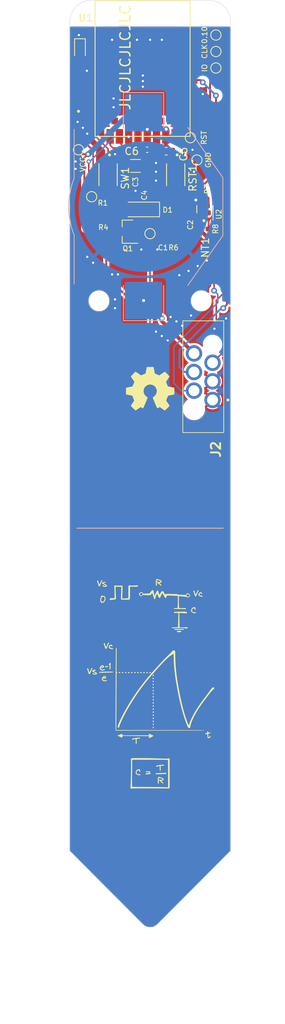
<source format=kicad_pcb>
(kicad_pcb (version 20221018) (generator pcbnew)
  (title_block (title "b-parasite") (date "2023-03-19") (rev "2.0.0") (company "rbaron.net"))
  (layers (0 "F.Cu" signal) (31 "B.Cu" signal) (34 "B.Paste" user) (35 "F.Paste" user) (36 "B.SilkS" user "B.Silkscreen") (37 "F.SilkS" user "F.Silkscreen") (38 "B.Mask" user) (39 "F.Mask" user) (44 "Edge.Cuts" user))
  (net 0 "")
  (net 1 "GND")
  (net 2 "SENS_OUT")
  (net 3 "Net-(U1B-P0.00{slash}XL1)")
  (net 4 "Net-(U1B-P0.01{slash}XL2)")
  (net 5 "Net-(D2-A)")
  (net 6 "+3V0")
  (net 7 "CPARA")
  (net 8 "Net-(Q1-B)")
  (net 9 "PHOTO_V")
  (net 10 "PHOTO_OUT")
  (net 11 "PWM")
  (net 12 "LED")
  (net 13 "SDA")
  (net 14 "SCL")
  (net 15 "RST")
  (net 16 "BTN1")
  (net 17 "SWDIO")
  (net 18 "SWDCLK")
  (net 28 "0.10")
  (net 45 "Net-(J2-Pin_2)")
  (footprint "Capacitor_SMD:C_0402_1005Metric" (layer "F.Cu") (at 69.762 59.069 -90)
    (fp_text reference "C1" (at 1.674 0) (layer "F.SilkS") (effects (font (size 0.7 0.7) (thickness 0.12))))
    (fp_text value "1n")
    (pad "1" smd roundrect (at -0.485 0 270) (size 0.59 0.64) (layers "F.Cu" "F.Paste" "F.Mask") (net 2 "SENS_OUT"))
    (pad "2" smd roundrect (at 0.485 0 270) (size 0.59 0.64) (layers "F.Cu" "F.Paste" "F.Mask") (net 1 "GND"))
  )
  (footprint "Resistor_SMD:R_0402_1005Metric" (layer "F.Cu") (at 71.2 59.069 -90)
    (fp_text reference "R6" (at 1.674 0) (layer "F.SilkS") (effects (font (size 0.7 0.7) (thickness 0.12))))
    (fp_text value "1M")
    (pad "1" smd roundrect (at -0.485 0 270) (size 0.59 0.64) (layers "F.Cu" "F.Paste" "F.Mask") (net 2 "SENS_OUT"))
    (pad "2" smd roundrect (at 0.485 0 270) (size 0.59 0.64) (layers "F.Cu" "F.Paste" "F.Mask") (net 1 "GND"))
  )
  (footprint "Resistor_SMD:R_0402_1005Metric" (layer "F.Cu") (at 61.53 56.8 180)
    (fp_text reference "R4" (at -0.07 -1.178) (layer "F.SilkS") (effects (font (size 0.7 0.7) (thickness 0.12))))
    (fp_text value "10k")
    (pad "1" smd roundrect (at -0.485 0 180) (size 0.59 0.64) (layers "F.Cu" "F.Paste" "F.Mask") (net 8 "Net-(Q1-B)"))
    (pad "2" smd roundrect (at 0.485 0 180) (size 0.59 0.64) (layers "F.Cu" "F.Paste" "F.Mask") (net 11 "PWM"))
  )
  (footprint "Package_TO_SOT_SMD:SOT-23" (layer "F.Cu") (at 64.936 58.568 180)
    (fp_text reference "Q1" (at 0 -2.302 180) (layer "F.SilkS") (effects (font (size 0.7 0.7) (thickness 0.12))))
    (fp_text value "MMBT3906")
    (pad "1" smd rect (at -1 -0.95 180) (size 0.9 0.8) (layers "F.Cu" "F.Paste" "F.Mask") (net 8 "Net-(Q1-B)"))
    (pad "2" smd rect (at -1 0.95 180) (size 0.9 0.8) (layers "F.Cu" "F.Paste" "F.Mask") (net 7 "CPARA"))
    (pad "3" smd rect (at 1 0 180) (size 0.9 0.8) (layers "F.Cu" "F.Paste" "F.Mask") (net 1 "GND"))
  )
  (footprint "Resistor_SMD:R_0402_1005Metric" (layer "F.Cu") (at 61.53 55.663)
    (fp_text reference "R1" (at 0 -1.016) (layer "F.SilkS") (effects (font (size 0.7 0.7) (thickness 0.12))))
    (fp_text value "10k")
    (pad "1" smd roundrect (at -0.485 0) (size 0.59 0.64) (layers "F.Cu" "F.Paste" "F.Mask") (net 11 "PWM"))
    (pad "2" smd roundrect (at 0.485 0) (size 0.59 0.64) (layers "F.Cu" "F.Paste" "F.Mask") (net 7 "CPARA"))
  )
  (footprint "TestPoint:TestPoint_Pad_D1.0mm" (layer "F.Cu") (at 77 36.25 -90)
    (fp_text reference "TP1" hide)
    (fp_text value "IO" (at 0 1.55 90) (layer "F.SilkS") (effects (font (size 0.7 0.7) (thickness 0.12))))
    (pad "1" smd circle (at 0 0 270) (size 1 1) (layers "F.Cu" "F.Mask") (net 17 "SWDIO"))
  )
  (footprint "TestPoint:TestPoint_Pad_D1.0mm" (layer "F.Cu") (at 77 34 -90)
    (fp_text reference "TP2" hide)
    (fp_text value "CLK" (at 0 1.55 90) (layer "F.SilkS") (effects (font (size 0.7 0.7) (thickness 0.12))))
    (pad "1" smd circle (at 0 0 270) (size 1 1) (layers "F.Cu" "F.Mask") (net 18 "SWDCLK"))
  )
  (footprint "TestPoint:TestPoint_Pad_D1.0mm" (layer "F.Cu") (at 67.984 58.838 180)
    (fp_text reference "TP5" hide)
    (fp_text value "CPARA" hide)
    (pad "1" smd circle (at 0 0 180) (size 1 1) (layers "F.Cu" "F.Mask") (net 7 "CPARA"))
  )
  (footprint "TestPoint:TestPoint_Pad_D1.0mm" (layer "F.Cu") (at 60 53.8 180)
    (fp_text reference "TP6" hide)
    (fp_text value "PWM" hide)
    (pad "1" smd circle (at 0 0 180) (size 1 1) (layers "F.Cu" "F.Mask") (net 11 "PWM"))
  )
  (footprint "Resistor_SMD:R_0402_1005Metric" (layer "F.Cu") (at 58.2 36.25 -90)
    (fp_text reference "R2" hide)
    (fp_text value "1k" hide)
    (pad "1" smd roundrect (at -0.485 0 270) (size 0.59 0.64) (layers "F.Cu" "F.Paste" "F.Mask") (net 5 "Net-(D2-A)"))
    (pad "2" smd roundrect (at 0.485 0 270) (size 0.59 0.64) (layers "F.Cu" "F.Paste" "F.Mask") (net 12 "LED"))
  )
  (footprint "Capacitor_SMD:C_0402_1005Metric" (layer "F.Cu") (at 73.5 56.015 90)
    (fp_text reference "C2" (at -1.628 0 90) (layer "F.SilkS") (effects (font (size 0.7 0.7) (thickness 0.12))))
    (fp_text value "100n")
    (pad "1" smd roundrect (at -0.485 0 90) (size 0.59 0.64) (layers "F.Cu" "F.Paste" "F.Mask") (net 6 "+3V0"))
    (pad "2" smd roundrect (at 0.485 0 90) (size 0.59 0.64) (layers "F.Cu" "F.Paste" "F.Mask") (net 1 "GND"))
  )
  (footprint "Crystal:Crystal_SMD_3215-2Pin_3.2x1.5mm" (layer "F.Cu") (at 66 49.6)
    (fp_text reference "Y1" hide)
    (fp_text value "32.768kHz")
    (pad "1" smd rect (at 1.25 0) (size 1 1.8) (layers "F.Cu" "F.Paste" "F.Mask") (net 4 "Net-(U1B-P0.01{slash}XL2)"))
    (pad "2" smd rect (at -1.25 0) (size 1 1.8) (layers "F.Cu" "F.Paste" "F.Mask") (net 3 "Net-(U1B-P0.00{slash}XL1)"))
  )
  (footprint "LED_SMD:LED_0603_1608Metric" (layer "F.Cu") (at 58.4 33.75 -90)
    (fp_text reference "D2" hide)
    (fp_text value "LED")
    (pad "1" smd roundrect (at -0.7875 0 270) (size 0.875 0.95) (layers "F.Cu" "F.Paste" "F.Mask") (net 1 "GND"))
    (pad "2" smd roundrect (at 0.7875 0 270) (size 0.875 0.95) (layers "F.Cu" "F.Paste" "F.Mask") (net 5 "Net-(D2-A)"))
  )
  (footprint "Capacitor_SMD:C_0402_1005Metric" (layer "F.Cu") (at 67.25 51.8 -90)
    (fp_text reference "C4" (at 1.8 0.05 90) (layer "F.SilkS") (effects (font (size 0.7 0.7) (thickness 0.12))))
    (fp_text value "12p")
    (pad "1" smd roundrect (at -0.485 0 270) (size 0.59 0.64) (layers "F.Cu" "F.Paste" "F.Mask") (net 4 "Net-(U1B-P0.01{slash}XL2)"))
    (pad "2" smd roundrect (at 0.485 0 270) (size 0.59 0.64) (layers "F.Cu" "F.Paste" "F.Mask") (net 1 "GND"))
  )
  (footprint "Capacitor_SMD:C_0402_1005Metric" (layer "F.Cu") (at 64.75 51.8 90)
    (fp_text reference "C3" (at 0 1.25 90) (layer "F.SilkS") (effects (font (size 0.7 0.7) (thickness 0.12))))
    (fp_text value "12p")
    (pad "1" smd roundrect (at -0.485 0 90) (size 0.59 0.64) (layers "F.Cu" "F.Paste" "F.Mask") (net 1 "GND"))
    (pad "2" smd roundrect (at 0.485 0 90) (size 0.59 0.64) (layers "F.Cu" "F.Paste" "F.Mask") (net 3 "Net-(U1B-P0.00{slash}XL1)"))
  )
  (footprint "Resistor_SMD:R_0402_1005Metric" (layer "F.Cu") (at 74.265 52.75 180)
    (fp_text reference "R7" (at -1.547 0 90) (layer "F.SilkS") (effects (font (size 0.7 0.7) (thickness 0.12))))
    (fp_text value "10k")
    (pad "1" smd roundrect (at -0.485 0 180) (size 0.59 0.64) (layers "F.Cu" "F.Paste" "F.Mask") (net 13 "SDA"))
    (pad "2" smd roundrect (at 0.485 0 180) (size 0.59 0.64) (layers "F.Cu" "F.Paste" "F.Mask") (net 6 "+3V0"))
  )
  (footprint "Resistor_SMD:R_0402_1005Metric" (layer "F.Cu") (at 75.4 58.2)
    (fp_text reference "R8" (at 1.547 0 90) (layer "F.SilkS") (effects (font (size 0.7 0.7) (thickness 0.12))))
    (fp_text value "10k")
    (pad "1" smd roundrect (at -0.485 0) (size 0.59 0.64) (layers "F.Cu" "F.Paste" "F.Mask") (net 6 "+3V0"))
    (pad "2" smd roundrect (at 0.485 0) (size 0.59 0.64) (layers "F.Cu" "F.Paste" "F.Mask") (net 14 "SCL"))
  )
  (footprint "kicad:Sensirion_DFN-4-1EP_2x2mm_P1mm_EP0.7x1.6mm" (layer "F.Cu") (at 75.5 56 90)
    (fp_text reference "U2" (at -0.2 1.9 90) (layer "F.SilkS") (effects (font (size 0.7 0.7) (thickness 0.12))))
    (fp_text value "SHTC3")
    (pad "1" smd roundrect (at -0.925 -0.5 90) (size 0.55 0.35) (layers "F.Cu" "F.Mask") (net 6 "+3V0"))
    (pad "2" smd roundrect (at -0.925 0.5 90) (size 0.55 0.35) (layers "F.Cu" "F.Mask") (net 14 "SCL"))
    (pad "3" smd roundrect (at 0.925 0.5 90) (size 0.55 0.35) (layers "F.Cu" "F.Mask") (net 13 "SDA"))
    (pad "4" smd roundrect (at 0.925 -0.5 90) (size 0.55 0.35) (layers "F.Cu" "F.Mask") (net 1 "GND"))
    (pad "5" smd roundrect (at 0 0 90) (size 0.7 1.6) (layers "F.Cu" "F.Mask"))
  )
  (footprint "Diode_SMD:D_MiniMELF" (layer "F.Cu") (at 66.742 55.536 180)
    (fp_text reference "D1" (at -3.658 -0.064 180) (layer "F.SilkS") (effects (font (size 0.7 0.7) (thickness 0.12))))
    (fp_text value "LL4148")
    (pad "1" smd rect (at -1.75 0 180) (size 1.3 1.7) (layers "F.Cu" "F.Paste" "F.Mask") (net 2 "SENS_OUT"))
    (pad "2" smd rect (at 1.75 0 180) (size 1.3 1.7) (layers "F.Cu" "F.Paste" "F.Mask") (net 7 "CPARA"))
  )
  (footprint "Symbol:OSHW-Symbol_6.7x6mm_SilkScreen" (layer "F.Cu") (at 68 80)
    (fp_text reference "REF**" hide)
    (fp_text value "OSHW-Symbol_6.7x6mm_SilkScreen" hide)
  )
  (footprint "TestPoint:TestPoint_Pad_D1.0mm" (layer "F.Cu") (at 73.5 45.75 -90)
    (fp_text reference "TP4" hide)
    (fp_text value "RST" (at 0 -1.868 90) (layer "F.SilkS") (effects (font (size 0.7 0.7) (thickness 0.12))))
    (pad "1" smd circle (at 0 0 270) (size 1 1) (layers "F.Cu" "F.Mask") (net 15 "RST"))
  )
  (footprint "snapeda:E73-2G4M08S1C" (layer "F.Cu") (at 66.968 36.57255)
    (fp_text reference "U1" (at -7.768 -7.17255) (layer "F.SilkS"))
    (fp_text value "E73-2G4M08S1C")
    (pad "1" smd rect (at -6.5 -5.03) (size 2 1) (layers "F.Cu" "F.Paste" "F.Mask"))
    (pad "2" smd rect (at -6.5 -3.76) (size 2 1) (layers "F.Cu" "F.Paste" "F.Mask"))
    (pad "3" smd rect (at -6.5 -2.49) (size 2 1) (layers "F.Cu" "F.Paste" "F.Mask") (net 2 "SENS_OUT"))
    (pad "4" smd rect (at -6.5 -1.22) (size 2 1) (layers "F.Cu" "F.Paste" "F.Mask") (net 12 "LED"))
    (pad "5" smd rect (at -6.5 0.05) (size 2 1) (layers "F.Cu" "F.Paste" "F.Mask") (net 1 "GND"))
    (pad "6" smd rect (at -6.5 1.32) (size 2 1) (layers "F.Cu" "F.Paste" "F.Mask"))
    (pad "7" smd rect (at -6.5 2.59) (size 2 1) (layers "F.Cu" "F.Paste" "F.Mask") (net 10 "PHOTO_OUT"))
    (pad "8" smd rect (at -6.5 3.86) (size 2 1) (layers "F.Cu" "F.Paste" "F.Mask") (net 9 "PHOTO_V"))
    (pad "9" smd rect (at -6.5 5.13) (size 2 1) (layers "F.Cu" "F.Paste" "F.Mask"))
    (pad "10" smd rect (at -6.5 6.4) (size 2 1) (layers "F.Cu" "F.Paste" "F.Mask") (net 16 "BTN1"))
    (pad "11" smd rect (at -4.44 9) (size 1 2) (layers "F.Cu" "F.Paste" "F.Mask") (net 3 "Net-(U1B-P0.00{slash}XL1)"))
    (pad "12" smd rect (at -3.81 6.9) (size 0.9 0.9) (layers "F.Cu" "F.Paste" "F.Mask"))
    (pad "13" smd rect (at -3.17 9) (size 1 2) (layers "F.Cu" "F.Paste" "F.Mask") (net 4 "Net-(U1B-P0.01{slash}XL2)"))
    (pad "14" smd rect (at -2.54 6.9) (size 0.9 0.9) (layers "F.Cu" "F.Paste" "F.Mask"))
    (pad "15" smd rect (at -1.9 9) (size 1 2) (layers "F.Cu" "F.Paste" "F.Mask") (net 11 "PWM"))
    (pad "16" smd rect (at -1.27 6.9) (size 0.9 0.9) (layers "F.Cu" "F.Paste" "F.Mask"))
    (pad "17" smd rect (at -0.63 9) (size 1 2) (layers "F.Cu" "F.Paste" "F.Mask"))
    (pad "18" smd rect (at 0 6.9) (size 0.9 0.9) (layers "F.Cu" "F.Paste" "F.Mask"))
    (pad "19" smd rect (at 0.64 9) (size 1 2) (layers "F.Cu" "F.Paste" "F.Mask") (net 6 "+3V0"))
    (pad "20" smd rect (at 1.27 6.9) (size 0.9 0.9) (layers "F.Cu" "F.Paste" "F.Mask"))
    (pad "21" smd rect (at 1.91 9) (size 1 2) (layers "F.Cu" "F.Paste" "F.Mask") (net 1 "GND"))
    (pad "22" smd rect (at 2.54 6.9) (size 0.9 0.9) (layers "F.Cu" "F.Paste" "F.Mask"))
    (pad "23" smd rect (at 3.18 9) (size 1 2) (layers "F.Cu" "F.Paste" "F.Mask") (net 6 "+3V0"))
    (pad "24" smd rect (at 3.81 6.9) (size 0.9 0.9) (layers "F.Cu" "F.Paste" "F.Mask") (net 1 "GND"))
    (pad "25" smd rect (at 4.45 9) (size 1 2) (layers "F.Cu" "F.Paste" "F.Mask"))
    (pad "26" smd rect (at 6.5 6.4) (size 2 1) (layers "F.Cu" "F.Paste" "F.Mask") (net 15 "RST"))
    (pad "27" smd rect (at 6.5 5.13) (size 2 1) (layers "F.Cu" "F.Paste" "F.Mask"))
    (pad "28" smd rect (at 4.4 4.495) (size 0.9 0.9) (layers "F.Cu" "F.Paste" "F.Mask"))
    (pad "29" smd rect (at 6.5 3.86) (size 2 1) (layers "F.Cu" "F.Paste" "F.Mask"))
    (pad "30" smd rect (at 4.4 3.225) (size 0.9 0.9) (layers "F.Cu" "F.Paste" "F.Mask"))
    (pad "31" smd rect (at 6.5 2.59) (size 2 1) (layers "F.Cu" "F.Paste" "F.Mask"))
    (pad "32" smd rect (at 4.4 1.955) (size 0.9 0.9) (layers "F.Cu" "F.Paste" "F.Mask"))
    (pad "33" smd rect (at 6.5 1.32) (size 2 1) (layers "F.Cu" "F.Paste" "F.Mask") (net 14 "SCL"))
    (pad "34" smd rect (at 4.4 0.685) (size 0.9 0.9) (layers "F.Cu" "F.Paste" "F.Mask"))
    (pad "35" smd rect (at 6.5 0.05) (size 2 1) (layers "F.Cu" "F.Paste" "F.Mask") (net 13 "SDA"))
    (pad "36" smd rect (at 4.4 -0.585) (size 0.9 0.9) (layers "F.Cu" "F.Paste" "F.Mask"))
    (pad "37" smd rect (at 6.5 -1.22) (size 2 1) (layers "F.Cu" "F.Paste" "F.Mask") (net 17 "SWDIO"))
    (pad "38" smd rect (at 4.4 -1.855) (size 0.9 0.9) (layers "F.Cu" "F.Paste" "F.Mask"))
    (pad "39" smd rect (at 6.5 -2.49) (size 2 1) (layers "F.Cu" "F.Paste" "F.Mask") (net 18 "SWDCLK"))
    (pad "40" smd rect (at 4.4 -3.125) (size 0.9 0.9) (layers "F.Cu" "F.Paste" "F.Mask"))
    (pad "41" smd rect (at 6.5 -3.76) (size 2 1) (layers "F.Cu" "F.Paste" "F.Mask"))
    (pad "42" smd rect (at 4.4 -4.395) (size 0.9 0.9) (layers "F.Cu" "F.Paste" "F.Mask"))
    (pad "43" smd rect (at 6.5 -5.03) (size 2 1) (layers "F.Cu" "F.Paste" "F.Mask") (net 28 "0.10"))
  )
  (footprint "Resistor_SMD:R_0402_1005Metric" (layer "F.Cu") (at 58.2 38.25 -90)
    (fp_text reference "R10" hide)
    (fp_text value "470")
    (pad "1" smd roundrect (at -0.485 0 270) (size 0.59 0.64) (layers "F.Cu" "F.Paste" "F.Mask") (net 1 "GND"))
    (pad "2" smd roundrect (at 0.485 0 270) (size 0.59 0.64) (layers "F.Cu" "F.Paste" "F.Mask") (net 10 "PHOTO_OUT"))
  )
  (footprint "snapeda:TR8" (layer "F.Cu") (at 58.2 40.75 90)
    (fp_text reference "Q4" hide)
    (fp_text value "Q_Photo_NPN")
    (pad "1" smd rect (at -0.75 0 90) (size 0.8 0.8) (layers "F.Cu" "F.Paste" "F.Mask") (net 9 "PHOTO_V"))
    (pad "2" smd rect (at 0.75 0 90) (size 0.8 0.8) (layers "F.Cu" "F.Paste" "F.Mask") (net 10 "PHOTO_OUT"))
  )
  (footprint "Capacitor_SMD:C_0603_1608Metric" (layer "F.Cu") (at 70.2 47.6 180)
    (fp_text reference "C5" (at -2.375 -0.4 90) (layer "F.SilkS"))
    (fp_text value "C")
    (pad "1" smd roundrect (at -0.775 0 180) (size 0.9 0.95) (layers "F.Cu" "F.Paste" "F.Mask") (net 6 "+3V0"))
    (pad "2" smd roundrect (at 0.775 0 180) (size 0.9 0.95) (layers "F.Cu" "F.Paste" "F.Mask") (net 1 "GND"))
  )
  (footprint "NetTie:NetTie-2_SMD_Pad0.5mm" (layer "F.Cu") (at 76.75 60.75 90)
    (fp_text reference "NT1" (at 0 -1.2 90) (layer "F.SilkS"))
    (fp_text value "NetTie_2")
    (fp_poly (pts (xy -0.5 -0.25) (xy 0.5 -0.25) (xy 0.5 0.25) (xy -0.5 0.25)) (fill solid) (layer "F.Cu"))
    (pad "1" smd circle (at -0.5 0 90) (size 0.5 0.5) (layers "F.Cu") (net 45 "Net-(J2-Pin_2)"))
    (pad "2" smd circle (at 0.5 0 90) (size 0.5 0.5) (layers "F.Cu") (net 6 "+3V0"))
  )
  (footprint "b-parasite:490107670612" (layer "F.Cu") (at 76.54 81.52 -90)
    (fp_text reference "J2" (at 6.73 -0.46 90) (layer "F.SilkS") (effects (font (size 1.27 1.27) (thickness 0.254))))
    (fp_text value "Conn_01x06" hide)
    (pad "" np_thru_hole circle (at -7.58 0 270) (size 2.15 2.15) (drill 2.15) (layers "*.Cu" "*.Mask"))
    (pad "" np_thru_hole circle (at 1.23 2.54 270) (size 2.55 2.55) (drill 2.55) (layers "*.Cu" "*.Mask"))
    (pad "1" thru_hole circle (at 0 0 270) (size 2.25 2.25) (drill 1.5) (layers "*.Cu" "*.Mask") (net 1 "GND"))
    (pad "2" thru_hole circle (at -1.27 2.54 270) (size 2.25 2.25) (drill 1.5) (layers "*.Cu" "*.Mask") (net 45 "Net-(J2-Pin_2)"))
    (pad "3" thru_hole circle (at -2.54 0 270) (size 2.25 2.25) (drill 1.5) (layers "*.Cu" "*.Mask") (net 1 "GND"))
    (pad "4" thru_hole circle (at -3.81 2.54 270) (size 2.25 2.25) (drill 1.5) (layers "*.Cu" "*.Mask") (net 18 "SWDCLK"))
    (pad "5" thru_hole circle (at -5.08 0 270) (size 2.25 2.25) (drill 1.5) (layers "*.Cu" "*.Mask") (net 17 "SWDIO"))
    (pad "6" thru_hole circle (at -6.35 2.54 270) (size 2.25 2.25) (drill 1.5) (layers "*.Cu" "*.Mask") (net 6 "+3V0"))
  )
  (footprint "TestPoint:TestPoint_Pad_D1.0mm" (layer "F.Cu") (at 58.2 47.4 -90)
    (fp_text reference "TP7" hide)
    (fp_text value "VCC" (at 2 -0.6 90) (layer "F.SilkS") (effects (font (size 0.7 0.7) (thickness 0.12))))
    (pad "1" smd circle (at 0 0 270) (size 1 1) (layers "F.Cu" "F.Mask") (net 6 "+3V0"))
  )
  (footprint "snapeda:SW_B3U-1000P" (layer "F.Cu") (at 71.5 50.8 -90)
    (fp_text reference "RST1" (at 0.475 -2.335 -90) (layer "F.SilkS"))
    (fp_text value "B3U-1000P")
    (pad "1" smd rect (at -1.7 0) (size 1.7 0.8) (layers "F.Cu" "F.Paste" "F.Mask") (net 15 "RST"))
    (pad "2" smd rect (at 1.7 0) (size 1.7 0.8) (layers "F.Cu" "F.Paste" "F.Mask") (net 1 "GND"))
  )
  (footprint "b-parasite:circuit_drawing" (layer "F.Cu") (at 67.984 120.052)
    (fp_text reference "G***" hide)
    (fp_text value "LOGO" hide)
  )
  (footprint "Capacitor_SMD:C_0402_1005Metric" (layer "F.Cu") (at 67.6 47.4)
    (fp_text reference "C6" (at -2.12 0.2) (layer "F.SilkS"))
    (fp_text value "C")
    (pad "1" smd roundrect (at -0.48 0) (size 0.56 0.62) (layers "F.Cu" "F.Paste" "F.Mask") (net 6 "+3V0"))
    (pad "2" smd roundrect (at 0.48 0) (size 0.56 0.62) (layers "F.Cu" "F.Paste" "F.Mask") (net 1 "GND"))
  )
  (footprint "snapeda:SW_B3U-1000P" (layer "F.Cu") (at 62.25 50.8 -90)
    (fp_text reference "SW1" (at 0.475 -2.335 -90) (layer "F.SilkS"))
    (fp_text value "B3U-1000P")
    (pad "1" smd rect (at -1.7 0) (size 1.7 0.8) (layers "F.Cu" "F.Paste" "F.Mask") (net 16 "BTN1"))
    (pad "2" smd rect (at 1.7 0) (size 1.7 0.8) (layers "F.Cu" "F.Paste" "F.Mask") (net 1 "GND"))
  )
  (footprint "TestPoint:TestPoint_Pad_D1.0mm" (layer "F.Cu") (at 77 31.75 -90)
    (fp_text reference "TP8" hide)
    (fp_text value "0.10" (at 0 1.55 90) (layer "F.SilkS") (effects (font (size 0.7 0.7) (thickness 0.12))))
    (pad "1" smd circle (at 0 0 270) (size 1 1) (layers "F.Cu" "F.Mask") (net 28 "0.10"))
  )
  (footprint "TestPoint:TestPoint_Pad_D1.0mm" (layer "F.Cu") (at 74.4 48.8 90)
    (fp_text reference "TP3" hide)
    (fp_text value "GND" (at 0 1.55 90) (layer "F.SilkS") (effects (font (size 0.7 0.7) (thickness 0.12))))
    (pad "1" smd circle (at 0 0 90) (size 1 1) (layers "F.Cu" "F.Mask") (net 1 "GND"))
  )
  (footprint "kicad:BatteryHolder_Keystone_3002_1x2032" (layer "B.Cu") (at 67.1 55.155 -90)
    (fp_text reference "BT1" hide)
    (fp_text value "Battery_Cell")
    (pad "1" smd rect (at -12.8 0 270) (size 5.1 5.1) (layers "B.Cu" "B.Paste" "B.Mask") (net 6 "+3V0"))
    (pad "1" smd rect (at 12.8 0 270) (size 5.1 5.1) (layers "B.Cu" "B.Paste" "B.Mask") (net 6 "+3V0"))
    (pad "2" smd circle (at 0 0 270) (size 17.8 17.8) (layers "B.Cu" "B.Mask") (net 1 "GND"))
  )
  (gr_line (start 58 99) (end 78 99) (stroke (width 0.12)) (layer "B.SilkS"))
  (gr_line (start 58 99) (end 78 99) (stroke (width 0.12)) (layer "F.SilkS"))
  (gr_circle (center 75.35 57.06) (end 75.45 57.06) (stroke (width 0.2)) (fill solid) (layer "F.SilkS"))
  (gr_line (start 60 27) (end 76 27) (stroke (width 0.05)) (layer "Edge.Cuts"))
  (gr_arc (start 68.999999 152.999999) (mid 68 153.414212) (end 67.000001 152.999999) (stroke (width 0.05)) (layer "Edge.Cuts"))
  (gr_line (start 67.000001 152.999999) (end 57 143) (stroke (width 0.05)) (layer "Edge.Cuts"))
  (gr_line (start 68.999999 152.999999) (end 79 143) (stroke (width 0.05)) (layer "Edge.Cuts"))
  (gr_line (start 57 30) (end 57 143) (stroke (width 0.05)) (layer "Edge.Cuts"))
  (gr_line (start 79 143) (end 79 30) (stroke (width 0.05)) (layer "Edge.Cuts"))
  (gr_circle (center 75 68) (end 76 69) (stroke (width 0.05)) (fill none) (layer "Edge.Cuts"))
  (gr_arc (start 57 30) (mid 57.87868 27.87868) (end 60 27) (stroke (width 0.05)) (layer "Edge.Cuts"))
  (gr_circle (center 61 68) (end 62 67) (stroke (width 0.05)) (fill none) (layer "Edge.Cuts"))
  (gr_arc (start 76 27) (mid 78.12132 27.87868) (end 79 30) (stroke (width 0.05)) (layer "Edge.Cuts"))
  (gr_text "JLCJLCJLCJLC" (at 64.6 34.8 90) (layer "F.SilkS") (effects (font (size 1.4 1.4) (thickness 0.2))))
  (segment (start 58.25 31.75) (end 58.25 32.8125) (width 0.25) (layer "F.Cu") (net 1))
  (segment (start 58.25 32.8125) (end 58.4 32.9625) (width 0.25) (layer "F.Cu") (net 1))
  (segment (start 75 55) (end 75 55.075) (width 0.25) (layer "F.Cu") (net 1))
  (segment (start 59.34245 36.62255) (end 60.468 36.62255) (width 0.25) (layer "F.Cu") (net 1))
  (segment (start 58.2 37.765) (end 59.34245 36.62255) (width 0.25) (layer "F.Cu") (net 1))
  (via (at 72 64.5) (size 0.6) (drill 0.3) (layers "F.Cu" "B.Cu") (net 1))
  (via (at 78.4 70.4) (size 0.6) (drill 0.3) (layers "F.Cu" "B.Cu") (net 1))
  (via (at 73.25 63.918) (size 0.6) (drill 0.3) (layers "F.Cu" "B.Cu") (net 1))
  (via (at 59.4 62) (size 0.6) (drill 0.3) (layers "F.Cu" "B.Cu") (net 1))
  (via (at 57.8 50) (size 0.6) (drill 0.3) (layers "F.Cu" "B.Cu") (net 1))
  (via (at 70.8 70.2) (size 0.6) (drill 0.3) (layers "F.Cu" "B.Cu") (net 1))
  (via (at 58.25 31.75) (size 0.6) (drill 0.3) (layers "F.Cu" "B.Cu") (net 1))
  (via (at 75.75 62.5) (size 0.6) (drill 0.3) (layers "F.Cu" "B.Cu") (net 1))
  (via (at 63 41.6) (size 0.6) (drill 0.3) (layers "F.Cu" "B.Cu") (net 1))
  (via (at 63.2 67.8) (size 0.6) (drill 0.3) (layers "F.Cu" "B.Cu") (net 1))
  (via (at 66 53) (size 0.6) (drill 0.3) (layers "F.Cu" "B.Cu") (net 1))
  (via (at 58.8 44.4) (size 0.6) (drill 0.3) (layers "F.Cu" "B.Cu") (net 1))
  (via (at 59.4 45.2) (size 0.6) (drill 0.3) (layers "F.Cu" "B.Cu") (net 1))
  (via (at 68.8 51.6) (size 0.6) (drill 0.3) (layers "F.Cu" "B.Cu") (net 1))
  (via (at 59.34245 36.62255) (size 0.6) (drill 0.3) (layers "F.Cu" "B.Cu") (net 1))
  (via (at 57.8 49) (size 0.6) (drill 0.3) (layers "F.Cu" "B.Cu") (net 1))
  (via (at 67 38.8) (size 0.6) (drill 0.3) (layers "F.Cu" "B.Cu") (net 1))
  (via (at 74.5 63.25) (size 0.6) (drill 0.3) (layers "F.Cu" "B.Cu") (net 1))
  (via (at 73.6 70) (size 0.6) (drill 0.3) (layers "F.Cu" "B.Cu") (net 1))
  (via (at 63.6 64.4) (size 0.6) (drill 0.3) (layers "F.Cu" "B.Cu") (net 1))
  (via (at 71.6 70.8) (size 0.6) (drill 0.3) (layers "F.Cu" "B.Cu") (net 1))
  (via (at 66.8 61) (size 0.6) (drill 0.3) (layers "F.Cu" "B.Cu") (net 1))
  (via (at 68.8 50.4) (size 0.6) (drill 0.3) (layers "F.Cu" "B.Cu") (net 1))
  (via (at 60.2 62.8) (size 0.6) (drill 0.3) (layers "F.Cu" "B.Cu") (net 1))
  (via (at 66.2 32.4) (size 0.6) (drill 0.3) (layers "F.Cu" "B.Cu") (net 1))
  (via (at 68 32.4) (size 0.6) (drill 0.3) (layers "F.Cu" "B.Cu") (net 1))
  (via (at 69.6 72.8) (size 0.6) (drill 0.3) (layers "F.Cu" "B.Cu") (net 1))
  (via (at 63.2 69) (size 0.6) (drill 0.3) (layers "F.Cu" "B.Cu") (net 1))
  (via (at 62.8 32.4) (size 0.6) (drill 0.3) (layers "F.Cu" "B.Cu") (net 1))
  (via (at 68.8 49.2) (size 0.6) (drill 0.3) (layers "F.Cu" "B.Cu") (net 1))
  (via (at 63 40.4) (size 0.6) (drill 0.3) (layers "F.Cu" "B.Cu") (net 1))
  (via (at 67 37.276) (size 0.6) (drill 0.3) (layers "F.Cu" "B.Cu") (net 1))
  (via (at 76.8 71.8) (size 0.6) (drill 0.3) (layers "F.Cu" "B.Cu") (net 1))
  (via (at 68.8 72.2) (size 0.6) (drill 0.3) (layers "F.Cu" "B.Cu") (net 1))
  (via (at 74 50.4) (size 0.6) (drill 0.3) (layers "F.Cu" "B.Cu") (net 1))
  (via (at 73.8 47.4) (size 0.6) (drill 0.3) (layers "F.Cu" "B.Cu") (net 1))
  (via (at 62.8 64.4) (size 0.6) (drill 0.3) (layers "F.Cu" "B.Cu") (net 1))
  (via (at 70.4 73.4) (size 0.6) (drill 0.3) (layers "F.Cu" "B.Cu") (net 1))
  (via (at 63.2 48) (size 0.6) (drill 0.3) (layers "F.Cu" "B.Cu") (net 1))
  (via (at 69.6 32.4) (size 0.6) (drill 0.3) (layers "F.Cu" "B.Cu") (net 1))
  (via (at 75.2 39.8) (size 0.6) (drill 0.3) (layers "F.Cu" "B.Cu") (net 1))
  (via (at 58.078 43.6) (size 0.6) (drill 0.3) (layers "F.Cu" "B.Cu") (net 1))
  (via (at 74.25 54.25) (size 0.8) (drill 0.4) (layers "F.Cu" "B.Cu") (net 1))
  (via (at 72.4 71.4) (size 0.6) (drill 0.3) (layers "F.Cu" "B.Cu") (net 1))
  (via (at 67 38.038) (size 0.6) (drill 0.3) (layers "F.Cu" "B.Cu") (net 1))
  (via (at 69 61) (size 0.6) (drill 0.3) (layers "F.Cu" "B.Cu") (net 1))
  (segment (start 68.492 57.314) (end 69.762 58.584) (width 0.2) (layer "F.Cu") (net 2))
  (segment (start 60.202 47.57) (end 60.202 52.202) (width 0.2) (layer "F.Cu") (net 2))
  (segment (start 57.4 44.698) (end 60.202 47.5) (width 0.25) (layer "F.Cu") (net 2))
  (segment (start 57.4 34.1) (end 57.4 44.698) (width 0.25) (layer "F.Cu") (net 2))
  (segment (start 60.468 34.08255) (end 60.16045 33.775) (width 0.25) (layer "F.Cu") (net 2))
  (segment (start 68.492 55.536) (end 68.492 57.314) (width 0.2) (layer "F.Cu") (net 2))
  (segment (start 66.968 55.536) (end 68.492 55.536) (width 0.2) (layer "F.Cu") (net 2))
  (segment (start 60.202 52.202) (end 62.09852 54.09852) (width 0.2) (layer "F.Cu") (net 2))
  (segment (start 62.09852 54.09852) (end 65.53052 54.09852) (width 0.2) (layer "F.Cu") (net 2))
  (segment (start 60.202 47.5) (end 60.202 47.57) (width 0.25) (layer "F.Cu") (net 2))
  (segment (start 69.762 58.584) (end 71.286 58.584) (width 0.2) (layer "F.Cu") (net 2))
  (segment (start 57.725 33.775) (end 57.4 34.1) (width 0.25) (layer "F.Cu") (net 2))
  (segment (start 60.16045 33.775) (end 57.725 33.775) (width 0.25) (layer "F.Cu") (net 2))
  (segment (start 65.53052 54.09852) (end 66.968 55.536) (width 0.2) (layer "F.Cu") (net 2))
  (segment (start 62.528 46.77255) (end 62.90945 47.154) (width 0.2) (layer "F.Cu") (net 3))
  (segment (start 62.528 45.57255) (end 62.528 46.77255) (width 0.2) (layer "F.Cu") (net 3))
  (segment (start 64.75 49.6) (end 64.75 51.315) (width 0.2) (layer "F.Cu") (net 3))
  (segment (start 63.954 47.154) (end 64.75 47.95) (width 0.2) (layer "F.Cu") (net 3))
  (segment (start 64.75 47.95) (end 64.75 49.6) (width 0.2) (layer "F.Cu") (net 3))
  (segment (start 62.90945 47.154) (end 63.954 47.154) (width 0.2) (layer "F.Cu") (net 3))
  (segment (start 67.25 49.6) (end 67.25 51.315) (width 0.2) (layer "F.Cu") (net 4))
  (segment (start 63.798 46.40255) (end 64.89545 47.5) (width 0.2) (layer "F.Cu") (net 4))
  (segment (start 63.798 45.57255) (end 63.798 46.40255) (width 0.2) (layer "F.Cu") (net 4))
  (segment (start 64.89545 47.5) (end 65.15 47.5) (width 0.2) (layer "F.Cu") (net 4))
  (segment (start 65.15 47.5) (end 67.25 49.6) (width 0.2) (layer "F.Cu") (net 4))
  (segment (start 58.2 34.7375) (end 58.4 34.5375) (width 0.25) (layer "F.Cu") (net 5))
  (segment (start 58.2 35.765) (end 58.2 34.7375) (width 0.25) (layer "F.Cu") (net 5))
  (segment (start 67.608 44.608) (end 67.94345 44.27255) (width 0.2) (layer "F.Cu") (net 6))
  (segment (start 70.148 45.57255) (end 70.148 46.773) (width 0.5) (layer "F.Cu") (net 6))
  (segment (start 70.6 50.6) (end 72.6 50.6) (width 0.5) (layer "F.Cu") (net 6))
  (segment (start 74.25 56.925) (end 75 56.925) (width 0.5) (layer "F.Cu") (net 6))
  (segment (start 65.355 67.955) (end 67.1 67.955) (width 0.25) (layer "F.Cu") (net 6))
  (segment (start 62 64.6) (end 65.355 67.955) (width 0.25) (layer "F.Cu") (net 6))
  (segment (start 72.6 50.6) (end 73.78 51.78) (width 0.5) (layer "F.Cu") (net 6))
  (segment (start 58.9775 49.258884) (end 59 49.281384) (width 0.25) (layer "F.Cu") (net 6))
  (segment (start 73.78 51.78) (end 73.78 52.75) (width 0.5) (layer "F.Cu") (net 6))
  (segment (start 72.25 54.28) (end 72.25 55.75) (width 0.5) (layer "F.Cu") (net 6))
  (segment (start 59.5025 48) (end 58.9775 48.525) (width 0.25) (layer "F.Cu") (net 6))
  (segment (start 74.25 57.75) (end 74.25 56.925) (width 0.5) (layer "F.Cu") (net 6))
  (segment (start 67.94345 44.27255) (end 69.87255 44.27255) (width 0.2) (layer "F.Cu") (net 6))
  (segment (start 67.6 44.6) (end 67.608 44.608) (width 0.2) (layer "F.Cu") (net 6))
  (segment (start 62 61.2) (end 62 64.6) (width 0.25) (layer "F.Cu") (net 6))
  (segment (start 67.12 47.4) (end 67.608 46.912) (width 0.2) (layer "F.Cu") (net 6))
  (segment (start 70 48.575) (end 70 50) (width 0.5) (layer "F.Cu") (net 6))
  (segment (start 70.148 44.652) (end 70.2 44.6) (width 0.5) (layer "F.Cu") (net 6))
  (segment (start 76.75 60.25) (end 74.25 57.75) (width 0.5) (layer "F.Cu") (net 6))
  (segment (start 70.975 47.6) (end 70 48.575) (width 0.5) (layer "F.Cu") (net 6))
  (segment (start 58.8 48) (end 58.2 47.4) (width 0.25) (layer "F.Cu") (net 6))
  (segment (start 69.87255 44.27255) (end 70.2 44.6) (width 0.2) (layer "F.Cu") (net 6))
  (segment (start 67.608 46.912) (end 67.608 45.57255) (width 0.2) (layer "F.Cu") (net 6))
  (segment (start 70.148 45.57255) (end 70.148 44.652) (width 0.5) (layer "F.Cu") (net 6))
  (segment (start 58.9775 48.525) (end 58.9775 49.258884) (width 0.25) (layer "F.Cu") (net 6))
  (segment (start 73.925 56.925) (end 74.25 56.925) (width 0.5) (layer "F.Cu") (net 6))
  (segment (start 73 56.5) (end 73.5 56.5) (width 0.5) (layer "F.Cu") (net 6))
  (segment (start 67.608 45.57255) (end 67.608 44.608) (width 0.2) (layer "F.Cu") (net 6))
  (segment (start 59.5025 48) (end 58.8 48) (width 0.25) (layer "F.Cu") (net 6))
  (segment (start 70.148 46.773) (end 70.975 47.6) (width 0.5) (layer "F.Cu") (net 6))
  (segment (start 73.5 56.5) (end 73.925 56.925) (width 0.5) (layer "F.Cu") (net 6))
  (segment (start 73.715 52.685) (end 73.78 52.75) (width 0.5) (layer "F.Cu") (net 6))
  (segment (start 70 50) (end 70.6 50.6) (width 0.5) (layer "F.Cu") (net 6))
  (segment (start 59 58.2) (end 62 61.2) (width 0.25) (layer "F.Cu") (net 6))
  (segment (start 69.6 70.77) (end 74 75.17) (width 0.5) (layer "F.Cu") (net 6))
  (segment (start 73.78 52.75) (end 72.25 54.28) (width 0.5) (layer "F.Cu") (net 6))
  (segment (start 59 49.281384) (end 59 58.2) (width 0.25) (layer "F.Cu") (net 6))
  (segment (start 72.25 55.75) (end 73 56.5) (width 0.5) (layer "F.Cu") (net 6))
  (segment (start 69.6 70.4) (end 69.6 70.77) (width 0.5) (layer "F.Cu") (net 6))
  (via (at 69.6 70.4) (size 0.8) (drill 0.4) (layers "F.Cu" "B.Cu") (net 6))
  (via (at 67.1 67.955) (size 0.8) (drill 0.4) (layers "F.Cu" "B.Cu") (net 6))
  (via (at 59.5025 48) (size 0.8) (drill 0.4) (layers "F.Cu" "B.Cu") (net 6))
  (via (at 70.2 44.6) (size 0.8) (drill 0.4) (layers "F.Cu" "B.Cu") (net 6))
  (via (at 67.608 44.608) (size 0.8) (drill 0.4) (layers "F.Cu" "B.Cu") (net 6))
  (segment (start 65.245 42.355) (end 67.1 42.355) (width 0.75) (layer "B.Cu") (net 6))
  (segment (start 70.2 44.6) (end 69.345 44.6) (width 0.5) (layer "B.Cu") (net 6))
  (segment (start 59.6 48) (end 65.245 42.355) (width 0.75) (layer "B.Cu") (net 6))
  (segment (start 69.345 44.6) (end 67.1 42.355) (width 0.5) (layer "B.Cu") (net 6))
  (segment (start 59.5025 48) (end 59.6 48) (width 0.75) (layer "B.Cu") (net 6))
  (segment (start 64.992 56.674) (end 65.936 57.618) (width 0.2) (layer "F.Cu") (net 7))
  (segment (start 62.65 85.381) (end 67.984 90.715) (width 0.2) (layer "F.Cu") (net 7))
  (segment (start 67.984 101.984) (end 68 102) (width 0.2) (layer "F.Cu") (net 7))
  (segment (start 68 102) (end 68 142) (width 10) (layer "F.Cu") (net 7))
  (segment (start 67.984 58.838) (end 67.984 74.078) (width 0.2) (layer "F.Cu") (net 7))
  (segment (start 62.015 55.663) (end 62.142 55.536) (width 0.2) (layer "F.Cu") (net 7))
  (segment (start 67.984 90.715) (end 67.984 101.984) (width 0.2) (layer "F.Cu") (net 7))
  (segment (start 62.142 55.536) (end 64.992 55.536) (width 0.2) (layer "F.Cu") (net 7))
  (segment (start 64.992 55.536) (end 64.992 56.674) (width 0.2) (layer "F.Cu") (net 7))
  (segment (start 62.65 79.412) (end 62.65 85.381) (width 0.2) (layer "F.Cu") (net 7))
  (segment (start 66.764 57.618) (end 67.984 58.838) (width 0.2) (layer "F.Cu") (net 7))
  (segment (start 67.984 74.078) (end 62.65 79.412) (width 0.2) (layer "F.Cu") (net 7))
  (segment (start 65.936 57.618) (end 66.764 57.618) (width 0.2) (layer "F.Cu") (net 7))
  (segment (start 65.936 59.118) (end 64.174 57.356) (width 0.2) (layer "F.Cu") (net 8))
  (segment (start 64.174 57.314) (end 62.529 57.314) (width 0.2) (layer "F.Cu") (net 8))
  (segment (start 62.529 57.314) (end 62.015 56.8) (width 0.2) (layer "F.Cu") (net 8))
  (segment (start 64.174 57.356) (end 64.174 57.314) (width 0.2) (layer "F.Cu") (net 8))
  (segment (start 65.936 59.518) (end 65.936 59.118) (width 0.2) (layer "F.Cu") (net 8))
  (segment (start 59.26745 40.43255) (end 58.2 41.5) (width 0.25) (layer "F.Cu") (net 9))
  (segment (start 60.468 40.43255) (end 59.26745 40.43255) (width 0.25) (layer "F.Cu") (net 9))
  (segment (start 58.078 39.25) (end 58.078 38.857) (width 0.25) (layer "F.Cu") (net 10))
  (segment (start 58.078 39.25) (end 58.16545 39.16255) (width 0.25) (layer "F.Cu") (net 10))
  (segment (start 58.078 39.878) (end 58.078 39.25) (width 0.25) (layer "F.Cu") (net 10))
  (segment (start 58.2 40) (end 58.078 39.878) (width 0.25) (layer "F.Cu") (net 10))
  (segment (start 58.078 38.857) (end 58.2 38.735) (width 0.25) (layer "F.Cu") (net 10))
  (segment (start 58.16545 39.16255) (end 60.468 39.16255) (width 0.25) (layer "F.Cu") (net 10))
  (segment (start 59.6025 49) (end 59.6025 50.4555) (width 0.2) (layer "F.Cu") (net 11))
  (segment (start 59.6025 50.4555) (end 59.8 50.653) (width 0.2) (layer "F.Cu") (net 11))
  (segment (start 59.8 55.226) (end 59.912 55.338) (width 0.2) (layer "F.Cu") (net 11))
  (segment (start 60.237 55.663) (end 61.045 55.663) (width 0.2) (layer "F.Cu") (net 11))
  (segment (start 59.912 53.888) (end 60 53.8) (width 0.2) (layer "F.Cu") (net 11))
  (segment (start 59.912 55.338) (end 59.912 53.888) (width 0.2) (layer "F.Cu") (net 11))
  (segment (start 59.912 55.338) (end 60.237 55.663) (width 0.2) (layer "F.Cu") (net 11))
  (segment (start 59.8 50.653) (end 59.8 55.226) (width 0.2) (layer "F.Cu") (net 11))
  (segment (start 61.045 56.8) (end 61.045 55.663) (width 0.2) (layer "F.Cu") (net 11))
  (via (at 65.063 45.63) (size 0.6) (drill 0.3) (layers "F.Cu" "B.Cu") (net 11))
  (via (at 59.6025 49) (size 0.6) (drill 0.3) (layers "F.Cu" "B.Cu") (net 11))
  (segment (start 59.6025 49) (end 59.746838 49) (width 0.2) (layer "B.Cu") (net 11))
  (segment (start 63.116838 45.63) (end 65.063 45.63) (width 0.2) (layer "B.Cu") (net 11))
  (segment (start 59.746838 49) (end 63.116838 45.63) (width 0.2) (layer "B.Cu") (net 11))
  (segment (start 58.2 36.735) (end 59.58245 35.35255) (width 0.2) (layer "F.Cu") (net 12))
  (segment (start 59.58245 35.35255) (end 60.468 35.35255) (width 0.2) (layer "F.Cu") (net 12))
  (segment (start 76 54) (end 74.75 52.75) (width 0.25) (layer "F.Cu") (net 13))
  (segment (start 76 55.075) (end 76 54) (width 0.25) (layer "F.Cu") (net 13))
  (segment (start 73.468 36.62255) (end 75.12255 36.62255) (width 0.25) (layer "F.Cu") (net 13))
  (segment (start 75.12255 36.62255) (end 76.2 37.7) (width 0.25) (layer "F.Cu") (net 13))
  (segment (start 76.2 51.3) (end 74.75 52.75) (width 0.25) (layer "F.Cu") (net 13))
  (segment (start 76.2 37.7) (end 76.2 51.3) (width 0.25) (layer "F.Cu") (net 13))
  (segment (start 75.2 38.2) (end 74.89255 37.89255) (width 0.25) (layer "F.Cu") (net 14))
  (segment (start 77 40) (end 77.012299 40.012299) (width 0.25) (layer "F.Cu") (net 14))
  (segment (start 77.012299 40.012299) (end 77.012299 55.994808) (width 0.25) (layer "F.Cu") (net 14))
  (segment (start 76 56.925) (end 76 58.085) (width 0.25) (layer "F.Cu") (net 14))
  (segment (start 74.89255 37.89255) (end 73.468 37.89255) (width 0.25) (layer "F.Cu") (net 14))
  (segment (start 77.012299 55.994808) (end 76.082107 56.925) (width 0.25) (layer "F.Cu") (net 14))
  (segment (start 76 58.085) (end 75.885 58.2) (width 0.25) (layer "F.Cu") (net 14))
  (segment (start 76.082107 56.925) (end 76 56.925) (width 0.25) (layer "F.Cu") (net 14))
  (via (at 75.2 38.2) (size 0.8) (drill 0.4) (layers "F.Cu" "B.Cu") (net 14))
  (via (at 77 40) (size 0.8) (drill 0.4) (layers "F.Cu" "B.Cu") (net 14))
  (segment (start 77 40) (end 75.2 38.2) (width 0.25) (layer "B.Cu") (net 14))
  (segment (start 72.6 48) (end 72.6 46.65) (width 0.2) (layer "F.Cu") (net 15))
  (segment (start 71.5 49.1) (end 72.6 48) (width 0.2) (layer "F.Cu") (net 15))
  (segment (start 72.6 46.65) (end 73.5 45.75) (width 0.2) (layer "F.Cu") (net 15))
  (segment (start 60.468 45.5) (end 60.468 42.97255) (width 0.2) (layer "F.Cu") (net 16))
  (segment (start 62.25 49.1) (end 62.25 47.282) (width 0.2) (layer "F.Cu") (net 16))
  (segment (start 62.25 47.282) (end 60.468 45.5) (width 0.2) (layer "F.Cu") (net 16))
  (segment (start 78 37.25) (end 78 67) (width 0.2) (layer "F.Cu") (net 17))
  (segment (start 77 36.25) (end 76.10255 35.35255) (width 0.2) (layer "F.Cu") (net 17))
  (segment (start 77.05 70.55) (end 78.25 71.75) (width 0.2) (layer "F.Cu") (net 17))
  (segment (start 78.23 74.75) (end 76.54 76.44) (width 0.2) (layer "F.Cu") (net 17))
  (segment (start 78.25 71.75) (end 78.25 74.75) (width 0.2) (layer "F.Cu") (net 17))
  (segment (start 76.10255 35.35255) (end 73.468 35.35255) (width 0.2) (layer "F.Cu") (net 17))
  (segment (start 77 36.25) (end 78 37.25) (width 0.2) (layer "F.Cu") (net 17))
  (segment (start 77.05 67.95) (end 77.05 70.55) (width 0.2) (layer "F.Cu") (net 17))
  (segment (start 78.25 74.75) (end 78.23 74.75) (width 0.2) (layer "F.Cu") (net 17))
  (segment (start 78 67) (end 77.05 67.95) (width 0.2) (layer "F.Cu") (net 17))
  (segment (start 77 34) (end 75.4151 34) (width 0.25) (layer "F.Cu") (net 18))
  (segment (start 78.5 35.5) (end 77 34) (width 0.25) (layer "F.Cu") (net 18))
  (segment (start 75.33255 34.08255) (end 73.468 34.08255) (width 0.25) (layer "F.Cu") (net 18))
  (segment (start 78 69) (end 78.5 68.5) (width 0.25) (layer "F.Cu") (net 18))
  (segment (start 75.4151 34) (end 75.33255 34.08255) (width 0.25) (layer "F.Cu") (net 18))
  (segment (start 78.5 68.5) (end 78.5 35.5) (width 0.25) (layer "F.Cu") (net 18))
  (via (at 78 69) (size 0.8) (drill 0.4) (layers "F.Cu" "B.Cu") (net 18))
  (segment (start 72.71 77.71) (end 72 77) (width 0.25) (layer "B.Cu") (net 18))
  (segment (start 74 77.71) (end 72.71 77.71) (width 0.25) (layer "B.Cu") (net 18))
  (segment (start 72 77) (end 72 74.75) (width 0.25) (layer "B.Cu") (net 18))
  (segment (start 77.75 69) (end 78 69) (width 0.25) (layer "B.Cu") (net 18))
  (segment (start 72 74.75) (end 77.75 69) (width 0.25) (layer "B.Cu") (net 18))
  (segment (start 73.94345 31.54255) (end 74.1509 31.75) (width 0.2) (layer "F.Cu") (net 28))
  (segment (start 74.1509 31.75) (end 77 31.75) (width 0.2) (layer "F.Cu") (net 28))
  (segment (start 73.468 31.54255) (end 73.94345 31.54255) (width 0.2) (layer "F.Cu") (net 28))
  (segment (start 76.75 61.25) (end 76.75 66.6) (width 0.2) (layer "F.Cu") (net 45))
  (via (at 76.75 66.6) (size 0.8) (drill 0.4) (layers "F.Cu" "B.Cu") (net 45))
  (segment (start 77.25 68.25) (end 71.25 74.25) (width 0.2) (layer "B.Cu") (net 45))
  (segment (start 71.25 79.25) (end 72.25 80.25) (width 0.2) (layer "B.Cu") (net 45))
  (segment (start 72.25 80.25) (end 74 80.25) (width 0.2) (layer "B.Cu") (net 45))
  (segment (start 76.75 66.6) (end 77.25 67.1) (width 0.2) (layer "B.Cu") (net 45))
  (segment (start 71.25 74.25) (end 71.25 79.25) (width 0.2) (layer "B.Cu") (net 45))
  (segment (start 77.25 67.1) (end 77.25 68.25) (width 0.2) (layer "B.Cu") (net 45))
  (zone (net 1) (net_name "GND") (layer "F.Cu") (connect_pads (clearance 0.3)) (min_thickness 0.2) (fill yes (thermal_gap 0.15) (thermal_bridge_width 0.34))
    (polygon (pts (xy 56.5 30.6) (xy 56.6 155) (xy 79.4 155) (xy 79.3 30.6)))
  )
  (zone (net 1) (net_name "GND") (layer "B.Cu") (connect_pads (clearance 0.508)) (min_thickness 0.254) (fill yes (thermal_gap 0.508) (thermal_bridge_width 0.508))
    (polygon (pts (xy 56.5 30.8) (xy 56.6 155) (xy 79.4 155) (xy 79.3 30.6) (xy 56.5 30.6)))
  )
)
</source>
